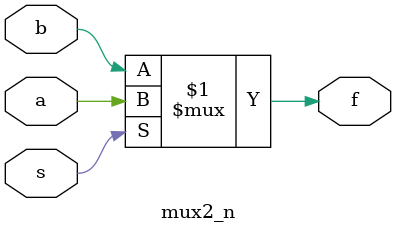
<source format=v>
`ifndef _mux2_n_v_
`define _mux2_n_v_
`endif

module mux2_n(a,b,s,f);
  parameter N=1;
  
  input [N-1:0] a, b;
  input s;
  output [N-1:0] f;
  
  assign f = (s) ? (a) : (b);
endmodule
</source>
